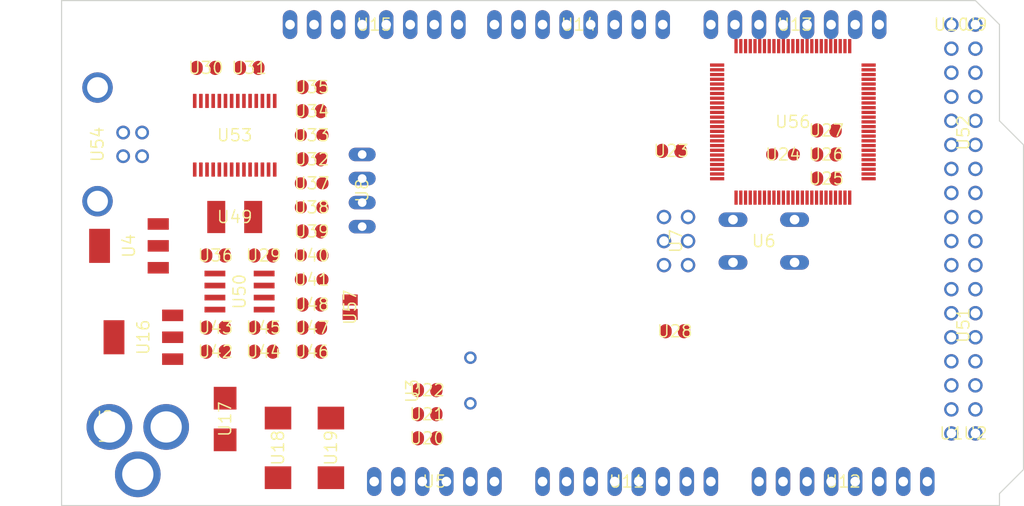
<source format=kicad_pcb>
(kicad_pcb (version 20221018) (generator pcbnew)
  (layers (0 "F.Cu" signal "Top") (31 "B.Cu" signal "Bottom") (34 "B.Paste" user) (35 "F.Paste" user) (36 "B.SilkS" user "B.Silkscreen") (37 "F.SilkS" user "F.Silkscreen") (38 "B.Mask" user) (39 "F.Mask" user) (44 "Edge.Cuts" user))
  (net 0 "")
  (net 1 "+5V")
  (net 2 "GND")
  (net 3 "N$6")
  (net 4 "N$7")
  (net 5 "AREF")
  (net 6 "RESET")
  (net 7 "VIN")
  (net 8 "N$3")
  (net 9 "PWRIN")
  (net 10 "M8RXD")
  (net 11 "M8TXD")
  (net 12 "ADC0")
  (net 13 "ADC2")
  (net 14 "ADC1")
  (net 15 "ADC3")
  (net 16 "ADC4")
  (net 17 "ADC5")
  (net 18 "ADC6")
  (net 19 "ADC7")
  (net 20 "+3V3")
  (net 21 "SDA")
  (net 22 "SCL")
  (net 23 "ADC9")
  (net 24 "ADC8")
  (net 25 "ADC10")
  (net 26 "ADC11")
  (net 27 "ADC12")
  (net 28 "ADC13")
  (net 29 "ADC14")
  (net 30 "ADC15")
  (net 31 "PB3")
  (net 32 "PB2")
  (net 33 "PB1")
  (net 34 "PB5")
  (net 35 "PB4")
  (net 36 "PE5")
  (net 37 "PE4")
  (net 38 "PE3")
  (net 39 "PE1")
  (net 40 "PE0")
  (net 41 "N$15")
  (net 42 "N$53")
  (net 43 "N$54")
  (net 44 "N$55")
  (net 45 "D-")
  (net 46 "D+")
  (net 47 "N$60")
  (net 48 "DTR")
  (net 49 "USBVCC")
  (net 50 "N$2")
  (net 51 "N$4")
  (net 52 "GATE_CMD")
  (net 53 "CMP")
  (net 54 "PB6")
  (net 55 "PH3")
  (net 56 "PH4")
  (net 57 "PH5")
  (net 58 "PH6")
  (net 59 "PG5")
  (net 60 "RXD1")
  (net 61 "TXD1")
  (net 62 "RXD2")
  (net 63 "RXD3")
  (net 64 "TXD2")
  (net 65 "TXD3")
  (net 66 "PC0")
  (net 67 "PC1")
  (net 68 "PC2")
  (net 69 "PC3")
  (net 70 "PC4")
  (net 71 "PC5")
  (net 72 "PC6")
  (net 73 "PC7")
  (net 74 "PB0")
  (net 75 "PG0")
  (net 76 "PG1")
  (net 77 "PG2")
  (net 78 "PD7")
  (net 79 "PA0")
  (net 80 "PA1")
  (net 81 "PA2")
  (net 82 "PA3")
  (net 83 "PA4")
  (net 84 "PA5")
  (net 85 "PA6")
  (net 86 "PA7")
  (net 87 "PL0")
  (net 88 "PL1")
  (net 89 "PL2")
  (net 90 "PL3")
  (net 91 "PL4")
  (net 92 "PL5")
  (net 93 "PL6")
  (net 94 "PL7")
  (net 95 "PB7")
  (net 96 "CTS")
  (net 97 "DSR")
  (net 98 "DCD")
  (net 99 "RI")
  (footprint "Arduino_MEGA_Reference_Design:2X03" (layer "F.Cu") (at 162.5981 103.7336 -90)
    (fp_text reference "U7")
    (fp_text value "")
  )
  (footprint "Arduino_MEGA_Reference_Design:1X08" (layer "F.Cu") (at 152.3111 80.8736 180)
    (fp_text reference "U14")
    (fp_text value "")
  )
  (footprint "Arduino_MEGA_Reference_Design:1X08" (layer "F.Cu") (at 130.7211 80.8736 180)
    (fp_text reference "U15")
    (fp_text value "")
  )
  (footprint "Arduino_MEGA_Reference_Design:SMC_D" (layer "F.Cu") (at 120.5611 125.5776 -90)
    (fp_text reference "U18")
    (fp_text value "")
  )
  (footprint "Arduino_MEGA_Reference_Design:SMC_D" (layer "F.Cu") (at 126.1491 125.5776 -90)
    (fp_text reference "U19")
    (fp_text value "")
  )
  (footprint "Arduino_MEGA_Reference_Design:B3F-10XX" (layer "F.Cu") (at 171.8691 103.7336 180)
    (fp_text reference "U6")
    (fp_text value "")
  )
  (footprint "Arduino_MEGA_Reference_Design:0805RND" (layer "F.Cu") (at 173.9011 94.5896 180)
    (fp_text reference "U24")
    (fp_text value "")
  )
  (footprint "Arduino_MEGA_Reference_Design:SMB" (layer "F.Cu") (at 114.9731 122.5296 -90)
    (fp_text reference "U17")
    (fp_text value "")
  )
  (footprint "Arduino_MEGA_Reference_Design:DC-21MM" (layer "F.Cu") (at 103.0351 123.2916 90)
    (fp_text reference "U55")
    (fp_text value "")
  )
  (footprint "Arduino_MEGA_Reference_Design:HC49_S" (layer "F.Cu") (at 140.8811 118.4656 90)
    (fp_text reference "U3")
    (fp_text value "")
  )
  (footprint "Arduino_MEGA_Reference_Design:SOT223" (layer "F.Cu") (at 106.3371 113.8936 90)
    (fp_text reference "U16")
    (fp_text value "")
  )
  (footprint "Arduino_MEGA_Reference_Design:1X06" (layer "F.Cu") (at 137.0711 129.1336)
    (fp_text reference "U5")
    (fp_text value "")
  )
  (footprint "Arduino_MEGA_Reference_Design:C0805RND" (layer "F.Cu") (at 124.1171 87.4776)
    (fp_text reference "U35")
    (fp_text value "")
  )
  (footprint "Arduino_MEGA_Reference_Design:C0805RND" (layer "F.Cu") (at 162.4711 113.2586)
    (fp_text reference "U28")
    (fp_text value "")
  )
  (footprint "Arduino_MEGA_Reference_Design:C0805RND" (layer "F.Cu") (at 136.3091 122.0216)
    (fp_text reference "U21")
    (fp_text value "")
  )
  (footprint "Arduino_MEGA_Reference_Design:C0805RND" (layer "F.Cu") (at 136.3091 119.4816)
    (fp_text reference "U22")
    (fp_text value "")
  )
  (footprint "Arduino_MEGA_Reference_Design:C0805RND" (layer "F.Cu") (at 113.9571 112.8776)
    (fp_text reference "U43")
    (fp_text value "")
  )
  (footprint "Arduino_MEGA_Reference_Design:RCL_0805RND" (layer "F.Cu") (at 124.1171 105.2576)
    (fp_text reference "U40")
    (fp_text value "")
  )
  (footprint "Arduino_MEGA_Reference_Design:RCL_0805RND" (layer "F.Cu") (at 124.1171 107.7976)
    (fp_text reference "U41")
    (fp_text value "")
  )
  (footprint "Arduino_MEGA_Reference_Design:1X08" (layer "F.Cu") (at 157.3911 129.1336)
    (fp_text reference "U11")
    (fp_text value "")
  )
  (footprint "Arduino_MEGA_Reference_Design:1X08" (layer "F.Cu") (at 175.1711 80.8736 180)
    (fp_text reference "U13")
    (fp_text value "")
  )
  (footprint "Arduino_MEGA_Reference_Design:R0805RND" (layer "F.Cu") (at 178.4731 94.5896 180)
    (fp_text reference "U26")
    (fp_text value "")
  )
  (footprint "Arduino_MEGA_Reference_Design:R0805RND" (layer "F.Cu") (at 178.4731 92.0496 180)
    (fp_text reference "U27")
    (fp_text value "")
  )
  (footprint "Arduino_MEGA_Reference_Design:TQFP100" (layer "F.Cu") (at 174.9409637451172 91.14759826660156 0)
    (fp_text reference "U56")
    (fp_text value "")
  )
  (footprint "Arduino_MEGA_Reference_Design:C0805RND" (layer "F.Cu") (at 162.0901 94.2086 180)
    (fp_text reference "U23")
    (fp_text value "")
  )
  (footprint "Arduino_MEGA_Reference_Design:C0805RND" (layer "F.Cu") (at 136.3091 124.5616)
    (fp_text reference "U20")
    (fp_text value "")
  )
  (footprint "Arduino_MEGA_Reference_Design:1X08" (layer "F.Cu") (at 180.2511 129.1336)
    (fp_text reference "U12")
    (fp_text value "")
  )
  (footprint "Arduino_MEGA_Reference_Design:R0805RND" (layer "F.Cu") (at 124.1171 112.8776)
    (fp_text reference "U47")
    (fp_text value "")
  )
  (footprint "Arduino_MEGA_Reference_Design:C0805RND" (layer "F.Cu") (at 124.1171 115.4176)
    (fp_text reference "U46")
    (fp_text value "")
  )
  (footprint "Arduino_MEGA_Reference_Design:C0805RND" (layer "F.Cu") (at 113.9571 105.2576)
    (fp_text reference "U36")
    (fp_text value "")
  )
  (footprint "Arduino_MEGA_Reference_Design:C0805RND" (layer "F.Cu") (at 112.9411 85.4456)
    (fp_text reference "U30")
    (fp_text value "")
  )
  (footprint "Arduino_MEGA_Reference_Design:0805RND" (layer "F.Cu") (at 124.1171 100.1776 180)
    (fp_text reference "U38")
    (fp_text value "")
  )
  (footprint "Arduino_MEGA_Reference_Design:0805RND" (layer "F.Cu") (at 124.1171 97.6376 180)
    (fp_text reference "U37")
    (fp_text value "")
  )
  (footprint "Arduino_MEGA_Reference_Design:R0805RND" (layer "F.Cu") (at 124.1171 95.0976)
    (fp_text reference "U32")
    (fp_text value "")
  )
  (footprint "Arduino_MEGA_Reference_Design:R0805RND" (layer "F.Cu") (at 124.1171 102.7176)
    (fp_text reference "U39")
    (fp_text value "")
  )
  (footprint "Arduino_MEGA_Reference_Design:SSOP28" (layer "F.Cu") (at 115.9891 92.5576)
    (fp_text reference "U53")
    (fp_text value "")
  )
  (footprint "Arduino_MEGA_Reference_Design:PN61729" (layer "F.Cu") (at 98.9584 93.5228 -90)
    (fp_text reference "U54")
    (fp_text value "")
  )
  (footprint "Arduino_MEGA_Reference_Design:L1812" (layer "F.Cu") (at 115.9891 101.1936)
    (fp_text reference "U49")
    (fp_text value "")
  )
  (footprint "Arduino_MEGA_Reference_Design:C0805RND" (layer "F.Cu") (at 117.5131 85.4456)
    (fp_text reference "U31")
    (fp_text value "")
  )
  (footprint "Arduino_MEGA_Reference_Design:0805RND" (layer "F.Cu") (at 124.1171 92.5576 180)
    (fp_text reference "U33")
    (fp_text value "")
  )
  (footprint "Arduino_MEGA_Reference_Design:R0805RND" (layer "F.Cu") (at 124.1171 90.0176 180)
    (fp_text reference "U34")
    (fp_text value "")
  )
  (footprint "Arduino_MEGA_Reference_Design:C0805RND" (layer "F.Cu") (at 124.1171 110.4392 180)
    (fp_text reference "U48")
    (fp_text value "")
  )
  (footprint "Arduino_MEGA_Reference_Design:SOT223" (layer "F.Cu") (at 104.8131 104.2416 90)
    (fp_text reference "U4")
    (fp_text value "")
  )
  (footprint "Arduino_MEGA_Reference_Design:SO08" (layer "F.Cu") (at 116.4971 109.0676 -90)
    (fp_text reference "U50")
    (fp_text value "")
  )
  (footprint "Arduino_MEGA_Reference_Design:R0805RND" (layer "F.Cu") (at 113.9571 115.4176 180)
    (fp_text reference "U42")
    (fp_text value "")
  )
  (footprint "Arduino_MEGA_Reference_Design:R0805RND" (layer "F.Cu") (at 119.0371 112.8776 180)
    (fp_text reference "U45")
    (fp_text value "")
  )
  (footprint "Arduino_MEGA_Reference_Design:C0805RND" (layer "F.Cu") (at 119.0371 115.4176 180)
    (fp_text reference "U44")
    (fp_text value "")
  )
  (footprint "Arduino_MEGA_Reference_Design:C0805RND" (layer "F.Cu") (at 119.0371 105.2576)
    (fp_text reference "U29")
    (fp_text value "")
  )
  (footprint "Arduino_MEGA_Reference_Design:2X08" (layer "F.Cu") (at 192.9511 92.3036 90)
    (fp_text reference "U52")
    (fp_text value "")
  )
  (footprint "Arduino_MEGA_Reference_Design:2X08" (layer "F.Cu") (at 192.9511 112.6236 90)
    (fp_text reference "U51")
    (fp_text value "")
  )
  (footprint "Arduino_MEGA_Reference_Design:R0805RND" (layer "F.Cu") (at 178.4731 97.1296 180)
    (fp_text reference "U25")
    (fp_text value "")
  )
  (footprint "Arduino_MEGA_Reference_Design:1X01" (layer "F.Cu") (at 191.6811 80.8736)
    (fp_text reference "U10")
    (fp_text value "")
  )
  (footprint "Arduino_MEGA_Reference_Design:1X01" (layer "F.Cu") (at 194.2211 80.8736)
    (fp_text reference "U9")
    (fp_text value "")
  )
  (footprint "Arduino_MEGA_Reference_Design:1X01" (layer "F.Cu") (at 191.6811 124.0536)
    (fp_text reference "U1")
    (fp_text value "")
  )
  (footprint "Arduino_MEGA_Reference_Design:1X01" (layer "F.Cu") (at 194.2211 124.0536)
    (fp_text reference "U2")
    (fp_text value "")
  )
  (footprint "Arduino_MEGA_Reference_Design:SJ" (layer "F.Cu") (at 128.1811 110.7186 -90)
    (fp_text reference "U57")
    (fp_text value "")
  )
  (footprint "Arduino_MEGA_Reference_Design:JP4" (layer "F.Cu") (at 129.4511 98.3996 -90)
    (fp_text reference "U8")
    (fp_text value "")
  )
  (gr_line (start 196.7611 80.8736) (end 196.7611 91.0336) (layer "Edge.Cuts") (width 0.12))
  (gr_line (start 196.7611 130.4036) (end 196.7611 131.6736) (layer "Edge.Cuts") (width 0.12))
  (gr_line (start 194.2211 78.3336) (end 196.7611 80.8736) (layer "Edge.Cuts") (width 0.12))
  (gr_line (start 97.7011 78.3336) (end 194.2211 78.3336) (layer "Edge.Cuts") (width 0.12))
  (gr_line (start 196.7611 91.0336) (end 199.3011 93.5736) (layer "Edge.Cuts") (width 0.12))
  (gr_line (start 97.7011 131.6736) (end 97.7011 78.3336) (layer "Edge.Cuts") (width 0.12))
  (gr_line (start 196.7611 131.6736) (end 97.7011 131.6736) (layer "Edge.Cuts") (width 0.12))
  (gr_line (start 199.3011 93.5736) (end 199.3011 127.8636) (layer "Edge.Cuts") (width 0.12))
  (gr_line (start 199.3011 127.8636) (end 196.7611 130.4036) (layer "Edge.Cuts") (width 0.12))
)
</source>
